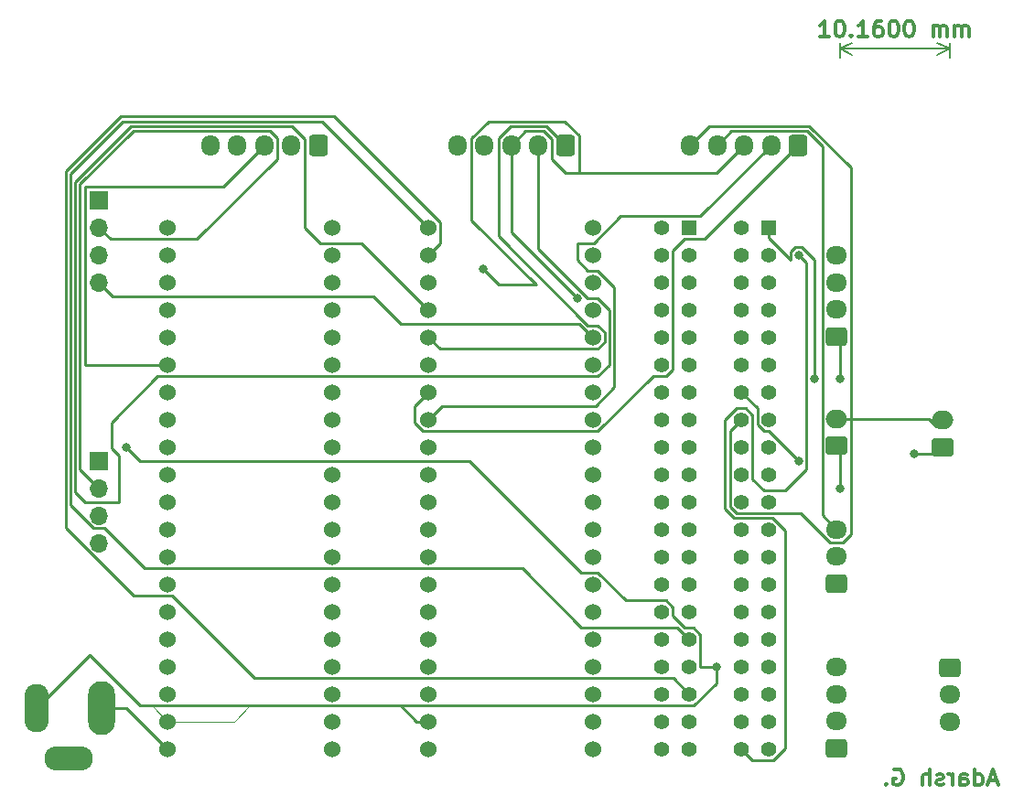
<source format=gbr>
%TF.GenerationSoftware,KiCad,Pcbnew,7.0.5*%
%TF.CreationDate,2023-12-19T10:50:23-08:00*%
%TF.ProjectId,Pi1_PiHat,5069315f-5069-4486-9174-2e6b69636164,rev?*%
%TF.SameCoordinates,Original*%
%TF.FileFunction,Copper,L2,Bot*%
%TF.FilePolarity,Positive*%
%FSLAX46Y46*%
G04 Gerber Fmt 4.6, Leading zero omitted, Abs format (unit mm)*
G04 Created by KiCad (PCBNEW 7.0.5) date 2023-12-19 10:50:23*
%MOMM*%
%LPD*%
G01*
G04 APERTURE LIST*
G04 Aperture macros list*
%AMRoundRect*
0 Rectangle with rounded corners*
0 $1 Rounding radius*
0 $2 $3 $4 $5 $6 $7 $8 $9 X,Y pos of 4 corners*
0 Add a 4 corners polygon primitive as box body*
4,1,4,$2,$3,$4,$5,$6,$7,$8,$9,$2,$3,0*
0 Add four circle primitives for the rounded corners*
1,1,$1+$1,$2,$3*
1,1,$1+$1,$4,$5*
1,1,$1+$1,$6,$7*
1,1,$1+$1,$8,$9*
0 Add four rect primitives between the rounded corners*
20,1,$1+$1,$2,$3,$4,$5,0*
20,1,$1+$1,$4,$5,$6,$7,0*
20,1,$1+$1,$6,$7,$8,$9,0*
20,1,$1+$1,$8,$9,$2,$3,0*%
G04 Aperture macros list end*
%ADD10C,0.300000*%
%TA.AperFunction,NonConductor*%
%ADD11C,0.300000*%
%TD*%
%TA.AperFunction,NonConductor*%
%ADD12C,0.200000*%
%TD*%
%TA.AperFunction,ComponentPad*%
%ADD13RoundRect,0.250000X0.725000X-0.600000X0.725000X0.600000X-0.725000X0.600000X-0.725000X-0.600000X0*%
%TD*%
%TA.AperFunction,ComponentPad*%
%ADD14O,1.950000X1.700000*%
%TD*%
%TA.AperFunction,ComponentPad*%
%ADD15C,1.398000*%
%TD*%
%TA.AperFunction,ComponentPad*%
%ADD16R,1.398000X1.398000*%
%TD*%
%TA.AperFunction,ComponentPad*%
%ADD17R,1.700000X1.700000*%
%TD*%
%TA.AperFunction,ComponentPad*%
%ADD18O,1.700000X1.700000*%
%TD*%
%TA.AperFunction,ComponentPad*%
%ADD19RoundRect,0.250000X0.750000X-0.600000X0.750000X0.600000X-0.750000X0.600000X-0.750000X-0.600000X0*%
%TD*%
%TA.AperFunction,ComponentPad*%
%ADD20O,2.000000X1.700000*%
%TD*%
%TA.AperFunction,ComponentPad*%
%ADD21RoundRect,0.250000X0.600000X0.725000X-0.600000X0.725000X-0.600000X-0.725000X0.600000X-0.725000X0*%
%TD*%
%TA.AperFunction,ComponentPad*%
%ADD22O,1.700000X1.950000*%
%TD*%
%TA.AperFunction,ComponentPad*%
%ADD23RoundRect,0.250000X-0.725000X0.600000X-0.725000X-0.600000X0.725000X-0.600000X0.725000X0.600000X0*%
%TD*%
%TA.AperFunction,ComponentPad*%
%ADD24C,1.524000*%
%TD*%
%TA.AperFunction,ComponentPad*%
%ADD25O,2.500000X5.000000*%
%TD*%
%TA.AperFunction,ComponentPad*%
%ADD26O,2.250000X4.500000*%
%TD*%
%TA.AperFunction,ComponentPad*%
%ADD27O,4.500000X2.250000*%
%TD*%
%TA.AperFunction,ViaPad*%
%ADD28C,0.800000*%
%TD*%
%TA.AperFunction,Conductor*%
%ADD29C,0.250000*%
%TD*%
%TA.AperFunction,Conductor*%
%ADD30C,0.000000*%
%TD*%
G04 APERTURE END LIST*
D10*
D11*
X206272917Y-137548257D02*
X205558632Y-137548257D01*
X206415774Y-137976828D02*
X205915774Y-136476828D01*
X205915774Y-136476828D02*
X205415774Y-137976828D01*
X204272918Y-137976828D02*
X204272918Y-136476828D01*
X204272918Y-137905400D02*
X204415775Y-137976828D01*
X204415775Y-137976828D02*
X204701489Y-137976828D01*
X204701489Y-137976828D02*
X204844346Y-137905400D01*
X204844346Y-137905400D02*
X204915775Y-137833971D01*
X204915775Y-137833971D02*
X204987203Y-137691114D01*
X204987203Y-137691114D02*
X204987203Y-137262542D01*
X204987203Y-137262542D02*
X204915775Y-137119685D01*
X204915775Y-137119685D02*
X204844346Y-137048257D01*
X204844346Y-137048257D02*
X204701489Y-136976828D01*
X204701489Y-136976828D02*
X204415775Y-136976828D01*
X204415775Y-136976828D02*
X204272918Y-137048257D01*
X202915775Y-137976828D02*
X202915775Y-137191114D01*
X202915775Y-137191114D02*
X202987203Y-137048257D01*
X202987203Y-137048257D02*
X203130060Y-136976828D01*
X203130060Y-136976828D02*
X203415775Y-136976828D01*
X203415775Y-136976828D02*
X203558632Y-137048257D01*
X202915775Y-137905400D02*
X203058632Y-137976828D01*
X203058632Y-137976828D02*
X203415775Y-137976828D01*
X203415775Y-137976828D02*
X203558632Y-137905400D01*
X203558632Y-137905400D02*
X203630060Y-137762542D01*
X203630060Y-137762542D02*
X203630060Y-137619685D01*
X203630060Y-137619685D02*
X203558632Y-137476828D01*
X203558632Y-137476828D02*
X203415775Y-137405400D01*
X203415775Y-137405400D02*
X203058632Y-137405400D01*
X203058632Y-137405400D02*
X202915775Y-137333971D01*
X202201489Y-137976828D02*
X202201489Y-136976828D01*
X202201489Y-137262542D02*
X202130060Y-137119685D01*
X202130060Y-137119685D02*
X202058632Y-137048257D01*
X202058632Y-137048257D02*
X201915774Y-136976828D01*
X201915774Y-136976828D02*
X201772917Y-136976828D01*
X201344346Y-137905400D02*
X201201489Y-137976828D01*
X201201489Y-137976828D02*
X200915775Y-137976828D01*
X200915775Y-137976828D02*
X200772918Y-137905400D01*
X200772918Y-137905400D02*
X200701489Y-137762542D01*
X200701489Y-137762542D02*
X200701489Y-137691114D01*
X200701489Y-137691114D02*
X200772918Y-137548257D01*
X200772918Y-137548257D02*
X200915775Y-137476828D01*
X200915775Y-137476828D02*
X201130061Y-137476828D01*
X201130061Y-137476828D02*
X201272918Y-137405400D01*
X201272918Y-137405400D02*
X201344346Y-137262542D01*
X201344346Y-137262542D02*
X201344346Y-137191114D01*
X201344346Y-137191114D02*
X201272918Y-137048257D01*
X201272918Y-137048257D02*
X201130061Y-136976828D01*
X201130061Y-136976828D02*
X200915775Y-136976828D01*
X200915775Y-136976828D02*
X200772918Y-137048257D01*
X200058632Y-137976828D02*
X200058632Y-136476828D01*
X199415775Y-137976828D02*
X199415775Y-137191114D01*
X199415775Y-137191114D02*
X199487203Y-137048257D01*
X199487203Y-137048257D02*
X199630060Y-136976828D01*
X199630060Y-136976828D02*
X199844346Y-136976828D01*
X199844346Y-136976828D02*
X199987203Y-137048257D01*
X199987203Y-137048257D02*
X200058632Y-137119685D01*
X196772917Y-136548257D02*
X196915775Y-136476828D01*
X196915775Y-136476828D02*
X197130060Y-136476828D01*
X197130060Y-136476828D02*
X197344346Y-136548257D01*
X197344346Y-136548257D02*
X197487203Y-136691114D01*
X197487203Y-136691114D02*
X197558632Y-136833971D01*
X197558632Y-136833971D02*
X197630060Y-137119685D01*
X197630060Y-137119685D02*
X197630060Y-137333971D01*
X197630060Y-137333971D02*
X197558632Y-137619685D01*
X197558632Y-137619685D02*
X197487203Y-137762542D01*
X197487203Y-137762542D02*
X197344346Y-137905400D01*
X197344346Y-137905400D02*
X197130060Y-137976828D01*
X197130060Y-137976828D02*
X196987203Y-137976828D01*
X196987203Y-137976828D02*
X196772917Y-137905400D01*
X196772917Y-137905400D02*
X196701489Y-137833971D01*
X196701489Y-137833971D02*
X196701489Y-137333971D01*
X196701489Y-137333971D02*
X196987203Y-137333971D01*
X196058632Y-137833971D02*
X195987203Y-137905400D01*
X195987203Y-137905400D02*
X196058632Y-137976828D01*
X196058632Y-137976828D02*
X196130060Y-137905400D01*
X196130060Y-137905400D02*
X196058632Y-137833971D01*
X196058632Y-137833971D02*
X196058632Y-137976828D01*
D10*
D11*
X190753573Y-68718328D02*
X189896430Y-68718328D01*
X190325001Y-68718328D02*
X190325001Y-67218328D01*
X190325001Y-67218328D02*
X190182144Y-67432614D01*
X190182144Y-67432614D02*
X190039287Y-67575471D01*
X190039287Y-67575471D02*
X189896430Y-67646900D01*
X191682144Y-67218328D02*
X191825001Y-67218328D01*
X191825001Y-67218328D02*
X191967858Y-67289757D01*
X191967858Y-67289757D02*
X192039287Y-67361185D01*
X192039287Y-67361185D02*
X192110715Y-67504042D01*
X192110715Y-67504042D02*
X192182144Y-67789757D01*
X192182144Y-67789757D02*
X192182144Y-68146900D01*
X192182144Y-68146900D02*
X192110715Y-68432614D01*
X192110715Y-68432614D02*
X192039287Y-68575471D01*
X192039287Y-68575471D02*
X191967858Y-68646900D01*
X191967858Y-68646900D02*
X191825001Y-68718328D01*
X191825001Y-68718328D02*
X191682144Y-68718328D01*
X191682144Y-68718328D02*
X191539287Y-68646900D01*
X191539287Y-68646900D02*
X191467858Y-68575471D01*
X191467858Y-68575471D02*
X191396429Y-68432614D01*
X191396429Y-68432614D02*
X191325001Y-68146900D01*
X191325001Y-68146900D02*
X191325001Y-67789757D01*
X191325001Y-67789757D02*
X191396429Y-67504042D01*
X191396429Y-67504042D02*
X191467858Y-67361185D01*
X191467858Y-67361185D02*
X191539287Y-67289757D01*
X191539287Y-67289757D02*
X191682144Y-67218328D01*
X192825000Y-68575471D02*
X192896429Y-68646900D01*
X192896429Y-68646900D02*
X192825000Y-68718328D01*
X192825000Y-68718328D02*
X192753572Y-68646900D01*
X192753572Y-68646900D02*
X192825000Y-68575471D01*
X192825000Y-68575471D02*
X192825000Y-68718328D01*
X194325001Y-68718328D02*
X193467858Y-68718328D01*
X193896429Y-68718328D02*
X193896429Y-67218328D01*
X193896429Y-67218328D02*
X193753572Y-67432614D01*
X193753572Y-67432614D02*
X193610715Y-67575471D01*
X193610715Y-67575471D02*
X193467858Y-67646900D01*
X195610715Y-67218328D02*
X195325000Y-67218328D01*
X195325000Y-67218328D02*
X195182143Y-67289757D01*
X195182143Y-67289757D02*
X195110715Y-67361185D01*
X195110715Y-67361185D02*
X194967857Y-67575471D01*
X194967857Y-67575471D02*
X194896429Y-67861185D01*
X194896429Y-67861185D02*
X194896429Y-68432614D01*
X194896429Y-68432614D02*
X194967857Y-68575471D01*
X194967857Y-68575471D02*
X195039286Y-68646900D01*
X195039286Y-68646900D02*
X195182143Y-68718328D01*
X195182143Y-68718328D02*
X195467857Y-68718328D01*
X195467857Y-68718328D02*
X195610715Y-68646900D01*
X195610715Y-68646900D02*
X195682143Y-68575471D01*
X195682143Y-68575471D02*
X195753572Y-68432614D01*
X195753572Y-68432614D02*
X195753572Y-68075471D01*
X195753572Y-68075471D02*
X195682143Y-67932614D01*
X195682143Y-67932614D02*
X195610715Y-67861185D01*
X195610715Y-67861185D02*
X195467857Y-67789757D01*
X195467857Y-67789757D02*
X195182143Y-67789757D01*
X195182143Y-67789757D02*
X195039286Y-67861185D01*
X195039286Y-67861185D02*
X194967857Y-67932614D01*
X194967857Y-67932614D02*
X194896429Y-68075471D01*
X196682143Y-67218328D02*
X196825000Y-67218328D01*
X196825000Y-67218328D02*
X196967857Y-67289757D01*
X196967857Y-67289757D02*
X197039286Y-67361185D01*
X197039286Y-67361185D02*
X197110714Y-67504042D01*
X197110714Y-67504042D02*
X197182143Y-67789757D01*
X197182143Y-67789757D02*
X197182143Y-68146900D01*
X197182143Y-68146900D02*
X197110714Y-68432614D01*
X197110714Y-68432614D02*
X197039286Y-68575471D01*
X197039286Y-68575471D02*
X196967857Y-68646900D01*
X196967857Y-68646900D02*
X196825000Y-68718328D01*
X196825000Y-68718328D02*
X196682143Y-68718328D01*
X196682143Y-68718328D02*
X196539286Y-68646900D01*
X196539286Y-68646900D02*
X196467857Y-68575471D01*
X196467857Y-68575471D02*
X196396428Y-68432614D01*
X196396428Y-68432614D02*
X196325000Y-68146900D01*
X196325000Y-68146900D02*
X196325000Y-67789757D01*
X196325000Y-67789757D02*
X196396428Y-67504042D01*
X196396428Y-67504042D02*
X196467857Y-67361185D01*
X196467857Y-67361185D02*
X196539286Y-67289757D01*
X196539286Y-67289757D02*
X196682143Y-67218328D01*
X198110714Y-67218328D02*
X198253571Y-67218328D01*
X198253571Y-67218328D02*
X198396428Y-67289757D01*
X198396428Y-67289757D02*
X198467857Y-67361185D01*
X198467857Y-67361185D02*
X198539285Y-67504042D01*
X198539285Y-67504042D02*
X198610714Y-67789757D01*
X198610714Y-67789757D02*
X198610714Y-68146900D01*
X198610714Y-68146900D02*
X198539285Y-68432614D01*
X198539285Y-68432614D02*
X198467857Y-68575471D01*
X198467857Y-68575471D02*
X198396428Y-68646900D01*
X198396428Y-68646900D02*
X198253571Y-68718328D01*
X198253571Y-68718328D02*
X198110714Y-68718328D01*
X198110714Y-68718328D02*
X197967857Y-68646900D01*
X197967857Y-68646900D02*
X197896428Y-68575471D01*
X197896428Y-68575471D02*
X197824999Y-68432614D01*
X197824999Y-68432614D02*
X197753571Y-68146900D01*
X197753571Y-68146900D02*
X197753571Y-67789757D01*
X197753571Y-67789757D02*
X197824999Y-67504042D01*
X197824999Y-67504042D02*
X197896428Y-67361185D01*
X197896428Y-67361185D02*
X197967857Y-67289757D01*
X197967857Y-67289757D02*
X198110714Y-67218328D01*
X200396427Y-68718328D02*
X200396427Y-67718328D01*
X200396427Y-67861185D02*
X200467856Y-67789757D01*
X200467856Y-67789757D02*
X200610713Y-67718328D01*
X200610713Y-67718328D02*
X200824999Y-67718328D01*
X200824999Y-67718328D02*
X200967856Y-67789757D01*
X200967856Y-67789757D02*
X201039285Y-67932614D01*
X201039285Y-67932614D02*
X201039285Y-68718328D01*
X201039285Y-67932614D02*
X201110713Y-67789757D01*
X201110713Y-67789757D02*
X201253570Y-67718328D01*
X201253570Y-67718328D02*
X201467856Y-67718328D01*
X201467856Y-67718328D02*
X201610713Y-67789757D01*
X201610713Y-67789757D02*
X201682142Y-67932614D01*
X201682142Y-67932614D02*
X201682142Y-68718328D01*
X202396427Y-68718328D02*
X202396427Y-67718328D01*
X202396427Y-67861185D02*
X202467856Y-67789757D01*
X202467856Y-67789757D02*
X202610713Y-67718328D01*
X202610713Y-67718328D02*
X202824999Y-67718328D01*
X202824999Y-67718328D02*
X202967856Y-67789757D01*
X202967856Y-67789757D02*
X203039285Y-67932614D01*
X203039285Y-67932614D02*
X203039285Y-68718328D01*
X203039285Y-67932614D02*
X203110713Y-67789757D01*
X203110713Y-67789757D02*
X203253570Y-67718328D01*
X203253570Y-67718328D02*
X203467856Y-67718328D01*
X203467856Y-67718328D02*
X203610713Y-67789757D01*
X203610713Y-67789757D02*
X203682142Y-67932614D01*
X203682142Y-67932614D02*
X203682142Y-68718328D01*
D12*
X191745000Y-70610000D02*
X191745000Y-69253580D01*
X201905000Y-70610000D02*
X201905000Y-69253580D01*
X191745000Y-69840000D02*
X201905000Y-69840000D01*
X191745000Y-69840000D02*
X201905000Y-69840000D01*
X191745000Y-69840000D02*
X192871504Y-69253579D01*
X191745000Y-69840000D02*
X192871504Y-70426421D01*
X201905000Y-69840000D02*
X200778496Y-70426421D01*
X201905000Y-69840000D02*
X200778496Y-69253579D01*
D13*
%TO.P,AS5600JST1,1,Pin_1*%
%TO.N,Net-(AS5600JST1-Pin_1)*%
X191470000Y-119320000D03*
D14*
%TO.P,AS5600JST1,2,Pin_2*%
%TO.N,unconnected-(AS5600JST1-Pin_2-Pad2)*%
X191470000Y-116820000D03*
%TO.P,AS5600JST1,3,Pin_3*%
%TO.N,Net-(AS5600JST1-Pin_3)*%
X191470000Y-114320000D03*
%TD*%
D15*
%TO.P,J1,1,Pin_1*%
%TO.N,Net-(J1-Pin_1)*%
X182615000Y-86360000D03*
D16*
%TO.P,J1,2,Pin_2*%
%TO.N,Net-(J1-Pin_2)*%
X185155000Y-86360000D03*
D15*
%TO.P,J1,3,Pin_3*%
%TO.N,Net-(J1-Pin_3)*%
X182615000Y-88900000D03*
%TO.P,J1,4,Pin_4*%
%TO.N,Net-(J1-Pin_4)*%
X185155000Y-88900000D03*
%TO.P,J1,5,Pin_5*%
%TO.N,Net-(J1-Pin_5)*%
X182615000Y-91440000D03*
%TO.P,J1,6,Pin_6*%
%TO.N,Net-(J1-Pin_6)*%
X185155000Y-91440000D03*
%TO.P,J1,7,Pin_7*%
%TO.N,Net-(J1-Pin_7)*%
X182615000Y-93980000D03*
%TO.P,J1,8,Pin_8*%
%TO.N,Net-(J1-Pin_8)*%
X185155000Y-93980000D03*
%TO.P,J1,9,Pin_9*%
%TO.N,Net-(J1-Pin_9)*%
X182615000Y-96520000D03*
%TO.P,J1,10,Pin_10*%
%TO.N,Net-(J1-Pin_10)*%
X185155000Y-96520000D03*
%TO.P,J1,11,Pin_11*%
%TO.N,Net-(J1-Pin_11)*%
X182615000Y-99060000D03*
%TO.P,J1,12,Pin_12*%
%TO.N,Net-(J1-Pin_12)*%
X185155000Y-99060000D03*
%TO.P,J1,13,Pin_13*%
%TO.N,Net-(J1-Pin_13)*%
X182615000Y-101600000D03*
%TO.P,J1,14,Pin_14*%
%TO.N,Net-(J1-Pin_14)*%
X185155000Y-101600000D03*
%TO.P,J1,15,Pin_15*%
%TO.N,Net-(J1-Pin_15)*%
X182615000Y-104140000D03*
%TO.P,J1,16,Pin_16*%
%TO.N,Net-(J1-Pin_16)*%
X185155000Y-104140000D03*
%TO.P,J1,17,Pin_17*%
%TO.N,Net-(J1-Pin_17)*%
X182615000Y-106680000D03*
%TO.P,J1,18,Pin_18*%
%TO.N,Net-(J1-Pin_18)*%
X185155000Y-106680000D03*
%TO.P,J1,19,Pin_19*%
%TO.N,Net-(J1-Pin_19)*%
X182615000Y-109220000D03*
%TO.P,J1,20,Pin_20*%
%TO.N,Net-(J1-Pin_20)*%
X185155000Y-109220000D03*
%TO.P,J1,21,Pin_21*%
%TO.N,Net-(J1-Pin_21)*%
X182615000Y-111760000D03*
%TO.P,J1,22,Pin_22*%
%TO.N,Net-(J1-Pin_22)*%
X185155000Y-111760000D03*
%TO.P,J1,23,Pin_23*%
%TO.N,Net-(J1-Pin_23)*%
X182615000Y-114300000D03*
%TO.P,J1,24,Pin_24*%
%TO.N,Net-(J1-Pin_24)*%
X185155000Y-114300000D03*
%TO.P,J1,25,Pin_25*%
%TO.N,Net-(J1-Pin_25)*%
X182615000Y-116840000D03*
%TO.P,J1,26,Pin_26*%
%TO.N,Net-(J1-Pin_26)*%
X185155000Y-116840000D03*
%TO.P,J1,27,Pin_27*%
%TO.N,Net-(J1-Pin_27)*%
X182615000Y-119380000D03*
%TO.P,J1,28,Pin_28*%
%TO.N,Net-(J1-Pin_28)*%
X185155000Y-119380000D03*
%TO.P,J1,29,Pin_29*%
%TO.N,Net-(J1-Pin_29)*%
X182615000Y-121920000D03*
%TO.P,J1,30,Pin_30*%
%TO.N,Net-(J1-Pin_30)*%
X185155000Y-121920000D03*
%TO.P,J1,31,Pin_31*%
%TO.N,Net-(J1-Pin_31)*%
X182615000Y-124460000D03*
%TO.P,J1,32,Pin_32*%
%TO.N,Net-(J1-Pin_32)*%
X185155000Y-124460000D03*
%TO.P,J1,33,Pin_33*%
%TO.N,Net-(J1-Pin_33)*%
X182615000Y-127000000D03*
%TO.P,J1,34,Pin_34*%
%TO.N,Net-(AS5600JST1-Pin_3)*%
X185155000Y-127000000D03*
%TO.P,J1,35,Pin_35*%
%TO.N,Net-(J1-Pin_35)*%
X182615000Y-129540000D03*
%TO.P,J1,36,Pin_36*%
%TO.N,Net-(J1-Pin_36)*%
X185155000Y-129540000D03*
%TO.P,J1,37,Pin_37*%
%TO.N,Net-(J1-Pin_37)*%
X182615000Y-132080000D03*
%TO.P,J1,38,Pin_38*%
%TO.N,Net-(J1-Pin_38)*%
X185155000Y-132080000D03*
%TO.P,J1,39,Pin_39*%
%TO.N,Net-(J1-Pin_39)*%
X182615000Y-134620000D03*
%TO.P,J1,40,Pin_40*%
%TO.N,Net-(J1-Pin_40)*%
X185155000Y-134620000D03*
%TD*%
D13*
%TO.P,ULTRASONIC1,1,Pin_1*%
%TO.N,Net-(J1-Pin_2)*%
X191470000Y-96460000D03*
D14*
%TO.P,ULTRASONIC1,2,Pin_2*%
%TO.N,Net-(J1-Pin_11)*%
X191470000Y-93960000D03*
%TO.P,ULTRASONIC1,3,Pin_3*%
%TO.N,Net-(J1-Pin_13)*%
X191470000Y-91460000D03*
%TO.P,ULTRASONIC1,4,Pin_4*%
%TO.N,Net-(J1-Pin_39)*%
X191470000Y-88960000D03*
%TD*%
D17*
%TO.P,MOTOR_BP_DISPLAY1,1,Pin_1*%
%TO.N,Net-(AS5600JST1-Pin_3)*%
X123215000Y-83830000D03*
D18*
%TO.P,MOTOR_BP_DISPLAY1,2,Pin_2*%
%TO.N,Net-(AS5600JST1-Pin_1)*%
X123215000Y-86370000D03*
%TO.P,MOTOR_BP_DISPLAY1,3,Pin_3*%
%TO.N,Net-(MOTOR_BP_DISPLAY1-Pin_3)*%
X123215000Y-88910000D03*
%TO.P,MOTOR_BP_DISPLAY1,4,Pin_4*%
%TO.N,Net-(MOTOR_BP_DISPLAY1-Pin_4)*%
X123215000Y-91450000D03*
%TD*%
D19*
%TO.P,LimitSwitch1,1,Pin_1*%
%TO.N,Net-(J1-Pin_1)*%
X191470000Y-106580000D03*
D20*
%TO.P,LimitSwitch1,2,Pin_2*%
%TO.N,Net-(J1-Pin_15)*%
X191470000Y-104080000D03*
%TD*%
D17*
%TO.P,AS5600REC_BP_Display1,1,Pin_1*%
%TO.N,Net-(AS5600JST1-Pin_3)*%
X123215000Y-107950000D03*
D18*
%TO.P,AS5600REC_BP_Display1,2,Pin_2*%
%TO.N,Net-(AS5600JST1-Pin_1)*%
X123215000Y-110490000D03*
%TO.P,AS5600REC_BP_Display1,3,Pin_3*%
%TO.N,Net-(AS5600REC_BP_Display1-Pin_3)*%
X123215000Y-113030000D03*
%TO.P,AS5600REC_BP_Display1,4,Pin_4*%
%TO.N,Net-(AS5600REC_BP_Display1-Pin_4)*%
X123215000Y-115570000D03*
%TD*%
D15*
%TO.P,J2,1,Pin_1*%
%TO.N,Net-(J1-Pin_1)*%
X175260000Y-86360000D03*
D16*
%TO.P,J2,2,Pin_2*%
%TO.N,Net-(J1-Pin_2)*%
X177800000Y-86360000D03*
D15*
%TO.P,J2,3,Pin_3*%
%TO.N,Net-(J1-Pin_3)*%
X175260000Y-88900000D03*
%TO.P,J2,4,Pin_4*%
%TO.N,Net-(J1-Pin_4)*%
X177800000Y-88900000D03*
%TO.P,J2,5,Pin_5*%
%TO.N,Net-(J1-Pin_5)*%
X175260000Y-91440000D03*
%TO.P,J2,6,Pin_6*%
%TO.N,Net-(J1-Pin_6)*%
X177800000Y-91440000D03*
%TO.P,J2,7,Pin_7*%
%TO.N,Net-(J1-Pin_7)*%
X175260000Y-93980000D03*
%TO.P,J2,8,Pin_8*%
%TO.N,Net-(J1-Pin_8)*%
X177800000Y-93980000D03*
%TO.P,J2,9,Pin_9*%
%TO.N,Net-(J1-Pin_9)*%
X175260000Y-96520000D03*
%TO.P,J2,10,Pin_10*%
%TO.N,Net-(J1-Pin_10)*%
X177800000Y-96520000D03*
%TO.P,J2,11,Pin_11*%
%TO.N,Net-(J1-Pin_11)*%
X175260000Y-99060000D03*
%TO.P,J2,12,Pin_12*%
%TO.N,Net-(J1-Pin_12)*%
X177800000Y-99060000D03*
%TO.P,J2,13,Pin_13*%
%TO.N,Net-(J1-Pin_13)*%
X175260000Y-101600000D03*
%TO.P,J2,14,Pin_14*%
%TO.N,Net-(J1-Pin_14)*%
X177800000Y-101600000D03*
%TO.P,J2,15,Pin_15*%
%TO.N,Net-(J1-Pin_15)*%
X175260000Y-104140000D03*
%TO.P,J2,16,Pin_16*%
%TO.N,Net-(J1-Pin_16)*%
X177800000Y-104140000D03*
%TO.P,J2,17,Pin_17*%
%TO.N,Net-(J1-Pin_17)*%
X175260000Y-106680000D03*
%TO.P,J2,18,Pin_18*%
%TO.N,Net-(J1-Pin_18)*%
X177800000Y-106680000D03*
%TO.P,J2,19,Pin_19*%
%TO.N,Net-(J1-Pin_19)*%
X175260000Y-109220000D03*
%TO.P,J2,20,Pin_20*%
%TO.N,Net-(J1-Pin_20)*%
X177800000Y-109220000D03*
%TO.P,J2,21,Pin_21*%
%TO.N,Net-(J1-Pin_21)*%
X175260000Y-111760000D03*
%TO.P,J2,22,Pin_22*%
%TO.N,Net-(J1-Pin_22)*%
X177800000Y-111760000D03*
%TO.P,J2,23,Pin_23*%
%TO.N,Net-(J1-Pin_23)*%
X175260000Y-114300000D03*
%TO.P,J2,24,Pin_24*%
%TO.N,Net-(J1-Pin_24)*%
X177800000Y-114300000D03*
%TO.P,J2,25,Pin_25*%
%TO.N,Net-(J1-Pin_25)*%
X175260000Y-116840000D03*
%TO.P,J2,26,Pin_26*%
%TO.N,Net-(J1-Pin_26)*%
X177800000Y-116840000D03*
%TO.P,J2,27,Pin_27*%
%TO.N,Net-(J1-Pin_27)*%
X175260000Y-119380000D03*
%TO.P,J2,28,Pin_28*%
%TO.N,Net-(J1-Pin_28)*%
X177800000Y-119380000D03*
%TO.P,J2,29,Pin_29*%
%TO.N,Net-(J1-Pin_29)*%
X175260000Y-121920000D03*
%TO.P,J2,30,Pin_30*%
%TO.N,Net-(J1-Pin_30)*%
X177800000Y-121920000D03*
%TO.P,J2,31,Pin_31*%
%TO.N,Net-(J1-Pin_31)*%
X175260000Y-124460000D03*
%TO.P,J2,32,Pin_32*%
%TO.N,Net-(J1-Pin_32)*%
X177800000Y-124460000D03*
%TO.P,J2,33,Pin_33*%
%TO.N,Net-(J1-Pin_33)*%
X175260000Y-127000000D03*
%TO.P,J2,34,Pin_34*%
%TO.N,Net-(AS5600JST1-Pin_3)*%
X177800000Y-127000000D03*
%TO.P,J2,35,Pin_35*%
%TO.N,Net-(J1-Pin_35)*%
X175260000Y-129540000D03*
%TO.P,J2,36,Pin_36*%
%TO.N,Net-(J1-Pin_36)*%
X177800000Y-129540000D03*
%TO.P,J2,37,Pin_37*%
%TO.N,Net-(J1-Pin_37)*%
X175260000Y-132080000D03*
%TO.P,J2,38,Pin_38*%
%TO.N,Net-(J1-Pin_38)*%
X177800000Y-132080000D03*
%TO.P,J2,39,Pin_39*%
%TO.N,Net-(J1-Pin_39)*%
X175260000Y-134620000D03*
%TO.P,J2,40,Pin_40*%
%TO.N,Net-(J1-Pin_40)*%
X177800000Y-134620000D03*
%TD*%
D21*
%TO.P,Pi3,1,Pin_1*%
%TO.N,Net-(Pi3-Pin_1)*%
X187920000Y-78740000D03*
D22*
%TO.P,Pi3,2,Pin_2*%
%TO.N,Net-(Pi3-Pin_2)*%
X185420000Y-78740000D03*
%TO.P,Pi3,3,Pin_3*%
%TO.N,Net-(J1-Pin_10)*%
X182920000Y-78740000D03*
%TO.P,Pi3,4,Pin_4*%
%TO.N,Net-(AS5600JST1-Pin_3)*%
X180420000Y-78740000D03*
%TO.P,Pi3,5,Pin_5*%
%TO.N,Net-(J1-Pin_15)*%
X177920000Y-78740000D03*
%TD*%
D23*
%TO.P,BP_TO_MOTOR1,1,Pin_1*%
%TO.N,Net-(BP_TO_MOTOR1-Pin_1)*%
X201930000Y-127080000D03*
D14*
%TO.P,BP_TO_MOTOR1,2,Pin_2*%
%TO.N,Net-(BP_TO_MOTOR1-Pin_2)*%
X201930000Y-129580000D03*
%TO.P,BP_TO_MOTOR1,3,Pin_3*%
%TO.N,Net-(AS5600JST1-Pin_3)*%
X201930000Y-132080000D03*
%TD*%
D21*
%TO.P,Pi4,1,Pin_1*%
%TO.N,Net-(Pi4-Pin_1)*%
X143510000Y-78740000D03*
D22*
%TO.P,Pi4,2,Pin_2*%
%TO.N,Net-(Pi4-Pin_2)*%
X141010000Y-78740000D03*
%TO.P,Pi4,3,Pin_3*%
%TO.N,Net-(J1-Pin_10)*%
X138510000Y-78740000D03*
%TO.P,Pi4,4,Pin_4*%
%TO.N,Net-(AS5600JST1-Pin_3)*%
X136010000Y-78740000D03*
%TO.P,Pi4,5,Pin_5*%
%TO.N,Net-(J1-Pin_15)*%
X133510000Y-78740000D03*
%TD*%
D24*
%TO.P,AS5600REC_BP1,3V3,3.3V*%
%TO.N,Net-(AS5600JST1-Pin_1)*%
X129540000Y-134620000D03*
X144780000Y-91440000D03*
%TO.P,AS5600REC_BP1,5V,5V*%
%TO.N,unconnected-(AS5600REC_BP1-Pad5V)*%
X129540000Y-129540000D03*
%TO.P,AS5600REC_BP1,GND,GND*%
%TO.N,Net-(AS5600JST1-Pin_3)*%
X129540000Y-132080000D03*
X144780000Y-86360000D03*
X144780000Y-88900000D03*
%TO.P,AS5600REC_BP1,NRST,RESET*%
%TO.N,unconnected-(AS5600REC_BP1-RESET-PadNRST)*%
X144780000Y-93980000D03*
%TO.P,AS5600REC_BP1,PA0,PA0*%
%TO.N,unconnected-(AS5600REC_BP1-PadPA0)*%
X144780000Y-124460000D03*
%TO.P,AS5600REC_BP1,PA1,20*%
%TO.N,unconnected-(AS5600REC_BP1-20-PadPA1)*%
X144780000Y-121920000D03*
%TO.P,AS5600REC_BP1,PA2,PA2*%
%TO.N,unconnected-(AS5600REC_BP1-PadPA2)*%
X144780000Y-119380000D03*
%TO.P,AS5600REC_BP1,PA3,PA3*%
%TO.N,unconnected-(AS5600REC_BP1-PadPA3)*%
X144780000Y-116840000D03*
%TO.P,AS5600REC_BP1,PA4,PA4*%
%TO.N,unconnected-(AS5600REC_BP1-PadPA4)*%
X144780000Y-114300000D03*
%TO.P,AS5600REC_BP1,PA5,PA5*%
%TO.N,unconnected-(AS5600REC_BP1-PadPA5)*%
X144780000Y-111760000D03*
%TO.P,AS5600REC_BP1,PA6,PA6*%
%TO.N,unconnected-(AS5600REC_BP1-PadPA6)*%
X144780000Y-109220000D03*
%TO.P,AS5600REC_BP1,PA7,PA7*%
%TO.N,unconnected-(AS5600REC_BP1-PadPA7)*%
X144780000Y-106680000D03*
%TO.P,AS5600REC_BP1,PA8,PA8*%
%TO.N,unconnected-(AS5600REC_BP1-PadPA8)*%
X129540000Y-96520000D03*
%TO.P,AS5600REC_BP1,PA9,PA9*%
%TO.N,Net-(J1-Pin_10)*%
X129540000Y-99060000D03*
%TO.P,AS5600REC_BP1,PA10,PA10*%
%TO.N,unconnected-(AS5600REC_BP1-PadPA10)*%
X129540000Y-101600000D03*
%TO.P,AS5600REC_BP1,PA11,PA11*%
%TO.N,unconnected-(AS5600REC_BP1-PadPA11)*%
X129540000Y-104140000D03*
%TO.P,AS5600REC_BP1,PA12,PA12*%
%TO.N,unconnected-(AS5600REC_BP1-PadPA12)*%
X129540000Y-106680000D03*
%TO.P,AS5600REC_BP1,PA15,PA15*%
%TO.N,unconnected-(AS5600REC_BP1-PadPA15)*%
X129540000Y-109220000D03*
%TO.P,AS5600REC_BP1,PB0,PB0*%
%TO.N,unconnected-(AS5600REC_BP1-PadPB0)*%
X144780000Y-104140000D03*
%TO.P,AS5600REC_BP1,PB1,PB1*%
%TO.N,unconnected-(AS5600REC_BP1-PadPB1)*%
X144780000Y-101600000D03*
%TO.P,AS5600REC_BP1,PB3,PB3*%
%TO.N,unconnected-(AS5600REC_BP1-PadPB3)*%
X129540000Y-111760000D03*
%TO.P,AS5600REC_BP1,PB4,PB4*%
%TO.N,unconnected-(AS5600REC_BP1-PadPB4)*%
X129540000Y-114300000D03*
%TO.P,AS5600REC_BP1,PB5,PB5*%
%TO.N,unconnected-(AS5600REC_BP1-PadPB5)*%
X129540000Y-116840000D03*
%TO.P,AS5600REC_BP1,PB6,PB6*%
%TO.N,Net-(AS5600JST2-Pin_3)*%
X129540000Y-119380000D03*
%TO.P,AS5600REC_BP1,PB7,PB7*%
%TO.N,Net-(AS5600JST2-Pin_2)*%
X129540000Y-121920000D03*
%TO.P,AS5600REC_BP1,PB8,PB8*%
%TO.N,unconnected-(AS5600REC_BP1-PadPB8)*%
X129540000Y-124460000D03*
%TO.P,AS5600REC_BP1,PB9,PB9*%
%TO.N,unconnected-(AS5600REC_BP1-PadPB9)*%
X129540000Y-127000000D03*
%TO.P,AS5600REC_BP1,PB10,PB10*%
%TO.N,Net-(AS5600REC_BP_Display1-Pin_3)*%
X144780000Y-99060000D03*
%TO.P,AS5600REC_BP1,PB11,PB11*%
%TO.N,Net-(AS5600REC_BP_Display1-Pin_4)*%
X144780000Y-96520000D03*
%TO.P,AS5600REC_BP1,PB12,PB12*%
%TO.N,unconnected-(AS5600REC_BP1-PadPB12)*%
X129540000Y-86360000D03*
%TO.P,AS5600REC_BP1,PB13,PB13*%
%TO.N,unconnected-(AS5600REC_BP1-PadPB13)*%
X129540000Y-88900000D03*
%TO.P,AS5600REC_BP1,PB14,PB14*%
%TO.N,unconnected-(AS5600REC_BP1-PadPB14)*%
X129540000Y-91440000D03*
%TO.P,AS5600REC_BP1,PB15,PB15*%
%TO.N,unconnected-(AS5600REC_BP1-PadPB15)*%
X129540000Y-93980000D03*
%TO.P,AS5600REC_BP1,PC13,PC13*%
%TO.N,unconnected-(AS5600REC_BP1-PadPC13)*%
X144780000Y-132080000D03*
%TO.P,AS5600REC_BP1,PC14,PC14*%
%TO.N,unconnected-(AS5600REC_BP1-PadPC14)*%
X144780000Y-129540000D03*
%TO.P,AS5600REC_BP1,PC15,PC15*%
%TO.N,unconnected-(AS5600REC_BP1-PadPC15)*%
X144780000Y-127000000D03*
%TO.P,AS5600REC_BP1,VBAT,Vbat*%
%TO.N,unconnected-(AS5600REC_BP1-Vbat-PadVBAT)*%
X144780000Y-134620000D03*
%TD*%
D19*
%TO.P,LimitSwitch2,1,Pin_1*%
%TO.N,Net-(J1-Pin_1)*%
X201295000Y-106680000D03*
D20*
%TO.P,LimitSwitch2,2,Pin_2*%
%TO.N,Net-(J1-Pin_15)*%
X201295000Y-104180000D03*
%TD*%
D25*
%TO.P,BP_POWER1,1*%
%TO.N,Net-(AS5600JST1-Pin_1)*%
X123444000Y-130810000D03*
D26*
%TO.P,BP_POWER1,2*%
%TO.N,Net-(AS5600JST1-Pin_3)*%
X117444000Y-130810000D03*
D27*
%TO.P,BP_POWER1,3*%
%TO.N,unconnected-(BP_POWER1-Pad3)*%
X120444000Y-135510000D03*
%TD*%
D24*
%TO.P,MOTOR_BP1,3V3,3.3V*%
%TO.N,Net-(AS5600JST1-Pin_1)*%
X153670000Y-134620000D03*
X168910000Y-91440000D03*
%TO.P,MOTOR_BP1,5V,5V*%
%TO.N,unconnected-(MOTOR_BP1-Pad5V)*%
X153670000Y-129540000D03*
%TO.P,MOTOR_BP1,GND,GND*%
%TO.N,Net-(AS5600JST1-Pin_3)*%
X153670000Y-132080000D03*
X168910000Y-86360000D03*
X168910000Y-88900000D03*
%TO.P,MOTOR_BP1,NRST,RESET*%
%TO.N,unconnected-(MOTOR_BP1-RESET-PadNRST)*%
X168910000Y-93980000D03*
%TO.P,MOTOR_BP1,PA0,PA0*%
%TO.N,unconnected-(MOTOR_BP1-PadPA0)*%
X168910000Y-124460000D03*
%TO.P,MOTOR_BP1,PA1,20*%
%TO.N,unconnected-(MOTOR_BP1-20-PadPA1)*%
X168910000Y-121920000D03*
%TO.P,MOTOR_BP1,PA2,PA2*%
%TO.N,unconnected-(MOTOR_BP1-PadPA2)*%
X168910000Y-119380000D03*
%TO.P,MOTOR_BP1,PA3,PA3*%
%TO.N,unconnected-(MOTOR_BP1-PadPA3)*%
X168910000Y-116840000D03*
%TO.P,MOTOR_BP1,PA4,PA4*%
%TO.N,unconnected-(MOTOR_BP1-PadPA4)*%
X168910000Y-114300000D03*
%TO.P,MOTOR_BP1,PA5,PA5*%
%TO.N,unconnected-(MOTOR_BP1-PadPA5)*%
X168910000Y-111760000D03*
%TO.P,MOTOR_BP1,PA6,PA6*%
%TO.N,unconnected-(MOTOR_BP1-PadPA6)*%
X168910000Y-109220000D03*
%TO.P,MOTOR_BP1,PA7,PA7*%
%TO.N,unconnected-(MOTOR_BP1-PadPA7)*%
X168910000Y-106680000D03*
%TO.P,MOTOR_BP1,PA8,PA8*%
%TO.N,Net-(Pi2-Pin_1)*%
X153670000Y-96520000D03*
%TO.P,MOTOR_BP1,PA9,PA9*%
%TO.N,unconnected-(MOTOR_BP1-PadPA9)*%
X153670000Y-99060000D03*
%TO.P,MOTOR_BP1,PA10,PA10*%
%TO.N,Net-(Pi3-Pin_1)*%
X153670000Y-101600000D03*
%TO.P,MOTOR_BP1,PA11,PA11*%
%TO.N,Net-(Pi3-Pin_2)*%
X153670000Y-104140000D03*
%TO.P,MOTOR_BP1,PA12,PA12*%
%TO.N,unconnected-(MOTOR_BP1-PadPA12)*%
X153670000Y-106680000D03*
%TO.P,MOTOR_BP1,PA15,PA15*%
%TO.N,Net-(Pi4-Pin_1)*%
X153670000Y-109220000D03*
%TO.P,MOTOR_BP1,PB0,PB0*%
%TO.N,unconnected-(MOTOR_BP1-PadPB0)*%
X168910000Y-104140000D03*
%TO.P,MOTOR_BP1,PB1,PB1*%
%TO.N,unconnected-(MOTOR_BP1-PadPB1)*%
X168910000Y-101600000D03*
%TO.P,MOTOR_BP1,PB3,PB3*%
%TO.N,Net-(Pi4-Pin_2)*%
X153670000Y-111760000D03*
%TO.P,MOTOR_BP1,PB4,PB4*%
%TO.N,unconnected-(MOTOR_BP1-PadPB4)*%
X153670000Y-114300000D03*
%TO.P,MOTOR_BP1,PB5,PB5*%
%TO.N,unconnected-(MOTOR_BP1-PadPB5)*%
X153670000Y-116840000D03*
%TO.P,MOTOR_BP1,PB6,PB6*%
%TO.N,Net-(BP_TO_MOTOR1-Pin_2)*%
X153670000Y-119380000D03*
%TO.P,MOTOR_BP1,PB7,PB7*%
%TO.N,Net-(BP_TO_MOTOR1-Pin_1)*%
X153670000Y-121920000D03*
%TO.P,MOTOR_BP1,PB8,PB8*%
%TO.N,unconnected-(MOTOR_BP1-PadPB8)*%
X153670000Y-124460000D03*
%TO.P,MOTOR_BP1,PB9,PB9*%
%TO.N,unconnected-(MOTOR_BP1-PadPB9)*%
X153670000Y-127000000D03*
%TO.P,MOTOR_BP1,PB10,PB10*%
%TO.N,Net-(MOTOR_BP_DISPLAY1-Pin_3)*%
X168910000Y-99060000D03*
%TO.P,MOTOR_BP1,PB11,PB11*%
%TO.N,Net-(MOTOR_BP_DISPLAY1-Pin_4)*%
X168910000Y-96520000D03*
%TO.P,MOTOR_BP1,PB12,PB12*%
%TO.N,Net-(J1-Pin_32)*%
X153670000Y-86360000D03*
%TO.P,MOTOR_BP1,PB13,PB13*%
%TO.N,Net-(J1-Pin_36)*%
X153670000Y-88900000D03*
%TO.P,MOTOR_BP1,PB14,PB14*%
%TO.N,unconnected-(MOTOR_BP1-PadPB14)*%
X153670000Y-91440000D03*
%TO.P,MOTOR_BP1,PB15,PB15*%
%TO.N,Net-(Pi2-Pin_2)*%
X153670000Y-93980000D03*
%TO.P,MOTOR_BP1,PC13,PC13*%
%TO.N,unconnected-(MOTOR_BP1-PadPC13)*%
X168910000Y-132080000D03*
%TO.P,MOTOR_BP1,PC14,PC14*%
%TO.N,unconnected-(MOTOR_BP1-PadPC14)*%
X168910000Y-129540000D03*
%TO.P,MOTOR_BP1,PC15,PC15*%
%TO.N,unconnected-(MOTOR_BP1-PadPC15)*%
X168910000Y-127000000D03*
%TO.P,MOTOR_BP1,VBAT,Vbat*%
%TO.N,unconnected-(MOTOR_BP1-Vbat-PadVBAT)*%
X168910000Y-134620000D03*
%TD*%
D21*
%TO.P,Pi2,1,Pin_1*%
%TO.N,Net-(Pi2-Pin_1)*%
X166370000Y-78740000D03*
D22*
%TO.P,Pi2,2,Pin_2*%
%TO.N,Net-(Pi2-Pin_2)*%
X163870000Y-78740000D03*
%TO.P,Pi2,3,Pin_3*%
%TO.N,Net-(J1-Pin_10)*%
X161370000Y-78740000D03*
%TO.P,Pi2,4,Pin_4*%
%TO.N,Net-(AS5600JST1-Pin_3)*%
X158870000Y-78740000D03*
%TO.P,Pi2,5,Pin_5*%
%TO.N,Net-(J1-Pin_15)*%
X156370000Y-78740000D03*
%TD*%
D13*
%TO.P,AS5600JST2,1,Pin_1*%
%TO.N,unconnected-(AS5600JST2-Pin_1-Pad1)*%
X191470000Y-134560000D03*
D14*
%TO.P,AS5600JST2,2,Pin_2*%
%TO.N,Net-(AS5600JST2-Pin_2)*%
X191470000Y-132060000D03*
%TO.P,AS5600JST2,3,Pin_3*%
%TO.N,Net-(AS5600JST2-Pin_3)*%
X191470000Y-129560000D03*
%TO.P,AS5600JST2,4,Pin_4*%
%TO.N,unconnected-(AS5600JST2-Pin_4-Pad4)*%
X191470000Y-127060000D03*
%TD*%
D28*
%TO.N,Net-(J1-Pin_1)*%
X198610500Y-107315000D03*
X191770000Y-110490000D03*
%TO.N,Net-(J1-Pin_2)*%
X191770000Y-100330000D03*
X189409500Y-100330000D03*
%TO.N,Net-(J1-Pin_10)*%
X158750000Y-90170000D03*
X167446075Y-92903924D03*
%TO.N,Net-(J1-Pin_13)*%
X187960000Y-107950000D03*
%TO.N,Net-(J1-Pin_39)*%
X187960000Y-88900000D03*
%TO.N,Net-(AS5600JST1-Pin_3)*%
X180340000Y-127000000D03*
X125730000Y-106680000D03*
%TD*%
D29*
%TO.N,Net-(J1-Pin_1)*%
X198610500Y-107315000D02*
X200660000Y-107315000D01*
X191770000Y-106880000D02*
X191770000Y-110490000D01*
X200660000Y-107315000D02*
X201295000Y-106680000D01*
X191470000Y-106580000D02*
X191770000Y-106880000D01*
%TO.N,Net-(J1-Pin_2)*%
X185155000Y-87309000D02*
X187235000Y-89389000D01*
X187659695Y-88175000D02*
X188260305Y-88175000D01*
X191470000Y-96460000D02*
X191770000Y-96760000D01*
X187235000Y-89389000D02*
X187235000Y-88599695D01*
X185155000Y-86360000D02*
X185155000Y-87309000D01*
X187235000Y-88599695D02*
X187659695Y-88175000D01*
X191770000Y-96760000D02*
X191770000Y-100330000D01*
X188260305Y-88175000D02*
X189409500Y-89324195D01*
X189409500Y-89324195D02*
X189409500Y-100330000D01*
%TO.N,Net-(J1-Pin_10)*%
X161370000Y-78740000D02*
X162670000Y-77440000D01*
X134700000Y-82550000D02*
X121920000Y-82550000D01*
X138510000Y-78740000D02*
X134700000Y-82550000D01*
X164356701Y-77440000D02*
X165100000Y-78183299D01*
X165100000Y-80010000D02*
X166370000Y-81280000D01*
X161370000Y-78740000D02*
X161370000Y-86827849D01*
X166308173Y-76540000D02*
X167640000Y-77871827D01*
X167640000Y-77871827D02*
X167640000Y-81280000D01*
X165100000Y-78183299D02*
X165100000Y-80010000D01*
X160213924Y-91633924D02*
X163636075Y-91633924D01*
X163636075Y-91633924D02*
X157695000Y-85692849D01*
X162670000Y-77440000D02*
X164356701Y-77440000D01*
X166370000Y-81280000D02*
X167640000Y-81280000D01*
X157695000Y-78128299D02*
X159283299Y-76540000D01*
X167640000Y-81280000D02*
X180380000Y-81280000D01*
X159283299Y-76540000D02*
X166308173Y-76540000D01*
X158750000Y-90170000D02*
X160213924Y-91633924D01*
X121920000Y-82550000D02*
X121920000Y-99060000D01*
X121920000Y-99060000D02*
X129540000Y-99060000D01*
X161370000Y-86827849D02*
X167446075Y-92903924D01*
X157695000Y-85692849D02*
X157695000Y-78128299D01*
X180380000Y-81280000D02*
X182920000Y-78740000D01*
%TO.N,Net-(J1-Pin_13)*%
X187960000Y-107950000D02*
X185174000Y-105164000D01*
X184730845Y-105164000D02*
X184131000Y-104564155D01*
X185174000Y-105164000D02*
X184730845Y-105164000D01*
X184131000Y-103116000D02*
X182615000Y-101600000D01*
X184131000Y-104564155D02*
X184131000Y-103116000D01*
%TO.N,Net-(J1-Pin_15)*%
X201255000Y-104180000D02*
X200660000Y-104775000D01*
X201295000Y-104180000D02*
X201255000Y-104180000D01*
X181591000Y-112184155D02*
X181591000Y-105164000D01*
X192081701Y-115495000D02*
X190858299Y-115495000D01*
X177920000Y-78740000D02*
X179670000Y-76990000D01*
X191470000Y-104080000D02*
X192735000Y-104080000D01*
X192795000Y-80840431D02*
X192795000Y-104140000D01*
X200660000Y-104775000D02*
X199965000Y-104080000D01*
X190858299Y-115495000D02*
X188147299Y-112784000D01*
X192795000Y-114781701D02*
X192081701Y-115495000D01*
X199965000Y-104080000D02*
X191470000Y-104080000D01*
X188944569Y-76990000D02*
X192795000Y-80840431D01*
X192735000Y-104080000D02*
X192795000Y-104140000D01*
X188147299Y-112784000D02*
X182190845Y-112784000D01*
X181591000Y-105164000D02*
X182615000Y-104140000D01*
X192795000Y-104140000D02*
X192795000Y-114781701D01*
X182190845Y-112784000D02*
X181591000Y-112184155D01*
X179670000Y-76990000D02*
X188944569Y-76990000D01*
%TO.N,Net-(J1-Pin_32)*%
X176713000Y-123373000D02*
X177800000Y-124460000D01*
X127398701Y-117927000D02*
X162377000Y-117927000D01*
X125390000Y-76540000D02*
X120570000Y-81360000D01*
X120570000Y-81360000D02*
X120570000Y-112071701D01*
X123676701Y-114205000D02*
X127398701Y-117927000D01*
X143850000Y-76540000D02*
X125390000Y-76540000D01*
X167823000Y-123373000D02*
X176713000Y-123373000D01*
X162377000Y-117927000D02*
X167823000Y-123373000D01*
X120570000Y-112071701D02*
X122703299Y-114205000D01*
X122703299Y-114205000D02*
X123676701Y-114205000D01*
X153670000Y-86360000D02*
X143850000Y-76540000D01*
%TO.N,Net-(J1-Pin_36)*%
X120120000Y-114161701D02*
X120120000Y-81173604D01*
X125203604Y-76090000D02*
X144937251Y-76090000D01*
X154757000Y-87813000D02*
X153670000Y-88900000D01*
X177800000Y-129540000D02*
X176347000Y-128087000D01*
X120120000Y-81173604D02*
X125203604Y-76090000D01*
X176347000Y-128087000D02*
X137610251Y-128087000D01*
X154757000Y-85909749D02*
X154757000Y-87813000D01*
X126425299Y-120467000D02*
X120120000Y-114161701D01*
X129990251Y-120467000D02*
X126425299Y-120467000D01*
X144937251Y-76090000D02*
X154757000Y-85909749D01*
X137610251Y-128087000D02*
X129990251Y-120467000D01*
%TO.N,Net-(J1-Pin_39)*%
X183639000Y-103715845D02*
X183039155Y-103116000D01*
X181141000Y-112370551D02*
X182004449Y-113234000D01*
X188685000Y-89625000D02*
X188685000Y-108786695D01*
X185537155Y-113234000D02*
X186690000Y-114386845D01*
X185579155Y-135644000D02*
X183639000Y-135644000D01*
X186735695Y-110736000D02*
X184730845Y-110736000D01*
X184730845Y-110736000D02*
X183639000Y-109644155D01*
X182190845Y-103116000D02*
X181141000Y-104165845D01*
X183639000Y-109644155D02*
X183639000Y-103715845D01*
X183639000Y-135644000D02*
X182615000Y-134620000D01*
X186690000Y-114386845D02*
X186690000Y-134533155D01*
X183039155Y-103116000D02*
X182190845Y-103116000D01*
X186690000Y-134533155D02*
X185579155Y-135644000D01*
X181141000Y-104165845D02*
X181141000Y-112370551D01*
X187960000Y-88900000D02*
X188685000Y-89625000D01*
X188685000Y-108786695D02*
X186735695Y-110736000D01*
X182004449Y-113234000D02*
X185537155Y-113234000D01*
%TO.N,Net-(AS5600JST1-Pin_1)*%
X123190000Y-110490000D02*
X121470000Y-108770000D01*
X121470000Y-82363604D02*
X126393604Y-77440000D01*
X121470000Y-108770000D02*
X121470000Y-82363604D01*
X125730000Y-130810000D02*
X129540000Y-134620000D01*
X126393604Y-77440000D02*
X138996701Y-77440000D01*
X123444000Y-130810000D02*
X125730000Y-130810000D01*
X138996701Y-77440000D02*
X139685000Y-78128299D01*
X124277000Y-87447000D02*
X123190000Y-86360000D01*
X132263000Y-87447000D02*
X124277000Y-87447000D01*
X139685000Y-80025000D02*
X132263000Y-87447000D01*
X139685000Y-78128299D02*
X139685000Y-80025000D01*
%TO.N,Net-(AS5600JST1-Pin_3)*%
X177412396Y-123436000D02*
X176284000Y-122307604D01*
X122341000Y-125913000D02*
X127055000Y-130627000D01*
X178224155Y-123436000D02*
X177412396Y-123436000D01*
X176284000Y-122307604D02*
X176284000Y-121495845D01*
X137160000Y-130627000D02*
X151130000Y-130627000D01*
X153670000Y-132080000D02*
X152583000Y-132080000D01*
X171963251Y-120896000D02*
X169360251Y-118293000D01*
D30*
X129540000Y-132080000D02*
X135707000Y-132080000D01*
D29*
X190145000Y-78826827D02*
X190145000Y-112995000D01*
X127000000Y-107950000D02*
X125730000Y-106680000D01*
X180340000Y-127000000D02*
X178824000Y-127000000D01*
X178824000Y-124035845D02*
X178224155Y-123436000D01*
X117444000Y-130810000D02*
X122341000Y-125913000D01*
X190145000Y-112995000D02*
X191470000Y-114320000D01*
X152583000Y-132080000D02*
X151130000Y-130627000D01*
X127635000Y-130627000D02*
X137160000Y-130627000D01*
X178237000Y-130627000D02*
X180340000Y-128524000D01*
X127055000Y-130627000D02*
X127635000Y-130627000D01*
X180420000Y-78740000D02*
X181720000Y-77440000D01*
X176284000Y-121495845D02*
X175684155Y-120896000D01*
X169360251Y-118293000D02*
X167823000Y-118293000D01*
X175684155Y-120896000D02*
X171963251Y-120896000D01*
X167823000Y-118293000D02*
X157480000Y-107950000D01*
D30*
X135707000Y-132080000D02*
X137160000Y-130627000D01*
D29*
X188758173Y-77440000D02*
X190145000Y-78826827D01*
X181720000Y-77440000D02*
X188758173Y-77440000D01*
X151130000Y-130627000D02*
X178237000Y-130627000D01*
X157480000Y-107950000D02*
X127000000Y-107950000D01*
D30*
X129540000Y-132080000D02*
X128087000Y-130627000D01*
X128087000Y-130627000D02*
X127635000Y-130627000D01*
D29*
X180340000Y-128524000D02*
X180340000Y-127000000D01*
X178824000Y-127000000D02*
X178824000Y-124035845D01*
%TO.N,Net-(Pi2-Pin_1)*%
X164620000Y-76990000D02*
X161333299Y-76990000D01*
X160195000Y-78128299D02*
X160195000Y-87168251D01*
X166370000Y-78740000D02*
X164620000Y-76990000D01*
X169360251Y-95433000D02*
X169997000Y-96069749D01*
X161333299Y-76990000D02*
X160195000Y-78128299D01*
X169360251Y-97607000D02*
X154757000Y-97607000D01*
X168459749Y-95433000D02*
X169360251Y-95433000D01*
X169997000Y-96069749D02*
X169997000Y-96970251D01*
X169997000Y-96970251D02*
X169360251Y-97607000D01*
X160195000Y-87168251D02*
X168459749Y-95433000D01*
X154757000Y-97607000D02*
X153670000Y-96520000D01*
%TO.N,Net-(Pi2-Pin_2)*%
X170447000Y-93979749D02*
X170447000Y-99060251D01*
X169360251Y-100147000D02*
X128643000Y-100147000D01*
X142240000Y-86360001D02*
X143692999Y-87813000D01*
X168459749Y-92893000D02*
X169360251Y-92893000D01*
X142240000Y-78183299D02*
X142240000Y-86360001D01*
X125095000Y-111760000D02*
X121920000Y-111760000D01*
X126207208Y-76990000D02*
X141046701Y-76990000D01*
X170447000Y-99060251D02*
X169360251Y-100147000D01*
X143692999Y-87813000D02*
X147503000Y-87813000D01*
X124365000Y-104425000D02*
X124365000Y-106775000D01*
X163870000Y-78740000D02*
X163870000Y-88303251D01*
X121920000Y-111760000D02*
X121020000Y-110860000D01*
X121020000Y-110860000D02*
X121020000Y-82177208D01*
X163870000Y-88303251D02*
X168459749Y-92893000D01*
X169360251Y-92893000D02*
X170447000Y-93979749D01*
X141046701Y-76990000D02*
X142240000Y-78183299D01*
X125095000Y-107505000D02*
X125095000Y-111760000D01*
X121020000Y-82177208D02*
X126207208Y-76990000D01*
X128643000Y-100147000D02*
X124365000Y-104425000D01*
X124365000Y-106775000D02*
X125095000Y-107505000D01*
X147503000Y-87813000D02*
X153670000Y-93980000D01*
%TO.N,Net-(Pi3-Pin_1)*%
X153219749Y-105227000D02*
X153218875Y-105226125D01*
X176284000Y-88475845D02*
X176284000Y-99484155D01*
X176284000Y-99484155D02*
X175684155Y-100084000D01*
X153218875Y-105226125D02*
X152400000Y-104407251D01*
X174503251Y-100084000D02*
X169360251Y-105227000D01*
X152400000Y-104407251D02*
X152400000Y-102870000D01*
X177375845Y-87384000D02*
X176284000Y-88475845D01*
X169360251Y-105227000D02*
X153219750Y-105227000D01*
X187920000Y-78740000D02*
X179276000Y-87384000D01*
X179276000Y-87384000D02*
X177375845Y-87384000D01*
X152400000Y-102870000D02*
X153670000Y-101600000D01*
X175684155Y-100084000D02*
X174503251Y-100084000D01*
X153219750Y-105227000D02*
X153218875Y-105226125D01*
%TO.N,Net-(Pi3-Pin_2)*%
X169177251Y-102870000D02*
X154940000Y-102870000D01*
X171471251Y-85336000D02*
X168994251Y-87813000D01*
X185420000Y-78740000D02*
X178824000Y-85336000D01*
X168459749Y-90353000D02*
X169360251Y-90353000D01*
X170897000Y-91889749D02*
X170897000Y-101150251D01*
X154940000Y-102870000D02*
X153670000Y-104140000D01*
X167457000Y-87813000D02*
X167457000Y-89350251D01*
X170897000Y-101150251D02*
X169177251Y-102870000D01*
X178824000Y-85336000D02*
X171471251Y-85336000D01*
X167457000Y-89350251D02*
X168459749Y-90353000D01*
X169360251Y-90353000D02*
X170897000Y-91889749D01*
X168994251Y-87813000D02*
X167457000Y-87813000D01*
%TO.N,Net-(MOTOR_BP_DISPLAY1-Pin_4)*%
X124460000Y-92710000D02*
X148590000Y-92710000D01*
X167640000Y-95250000D02*
X168910000Y-96520000D01*
X151130000Y-95250000D02*
X167640000Y-95250000D01*
X148590000Y-92710000D02*
X151130000Y-95250000D01*
X123190000Y-91440000D02*
X124460000Y-92710000D01*
%TD*%
M02*

</source>
